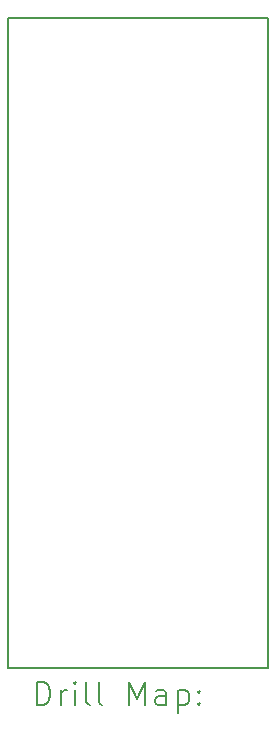
<source format=gbr>
%FSLAX45Y45*%
G04 Gerber Fmt 4.5, Leading zero omitted, Abs format (unit mm)*
G04 Created by KiCad (PCBNEW (6.0.5)) date 2022-08-24 21:54:44*
%MOMM*%
%LPD*%
G01*
G04 APERTURE LIST*
%TA.AperFunction,Profile*%
%ADD10C,0.200000*%
%TD*%
%ADD11C,0.200000*%
G04 APERTURE END LIST*
D10*
X15580000Y-5000000D02*
X17780000Y-5000000D01*
X17780000Y-5000000D02*
X17780000Y-10500000D01*
X17780000Y-10500000D02*
X15580000Y-10500000D01*
X15580000Y-10500000D02*
X15580000Y-5000000D01*
D11*
X15827619Y-10820476D02*
X15827619Y-10620476D01*
X15875238Y-10620476D01*
X15903809Y-10630000D01*
X15922857Y-10649048D01*
X15932381Y-10668095D01*
X15941905Y-10706190D01*
X15941905Y-10734762D01*
X15932381Y-10772857D01*
X15922857Y-10791905D01*
X15903809Y-10810952D01*
X15875238Y-10820476D01*
X15827619Y-10820476D01*
X16027619Y-10820476D02*
X16027619Y-10687143D01*
X16027619Y-10725238D02*
X16037143Y-10706190D01*
X16046667Y-10696667D01*
X16065714Y-10687143D01*
X16084762Y-10687143D01*
X16151428Y-10820476D02*
X16151428Y-10687143D01*
X16151428Y-10620476D02*
X16141905Y-10630000D01*
X16151428Y-10639524D01*
X16160952Y-10630000D01*
X16151428Y-10620476D01*
X16151428Y-10639524D01*
X16275238Y-10820476D02*
X16256190Y-10810952D01*
X16246667Y-10791905D01*
X16246667Y-10620476D01*
X16380000Y-10820476D02*
X16360952Y-10810952D01*
X16351428Y-10791905D01*
X16351428Y-10620476D01*
X16608571Y-10820476D02*
X16608571Y-10620476D01*
X16675238Y-10763333D01*
X16741905Y-10620476D01*
X16741905Y-10820476D01*
X16922857Y-10820476D02*
X16922857Y-10715714D01*
X16913333Y-10696667D01*
X16894286Y-10687143D01*
X16856190Y-10687143D01*
X16837143Y-10696667D01*
X16922857Y-10810952D02*
X16903810Y-10820476D01*
X16856190Y-10820476D01*
X16837143Y-10810952D01*
X16827619Y-10791905D01*
X16827619Y-10772857D01*
X16837143Y-10753810D01*
X16856190Y-10744286D01*
X16903810Y-10744286D01*
X16922857Y-10734762D01*
X17018095Y-10687143D02*
X17018095Y-10887143D01*
X17018095Y-10696667D02*
X17037143Y-10687143D01*
X17075238Y-10687143D01*
X17094286Y-10696667D01*
X17103810Y-10706190D01*
X17113333Y-10725238D01*
X17113333Y-10782381D01*
X17103810Y-10801429D01*
X17094286Y-10810952D01*
X17075238Y-10820476D01*
X17037143Y-10820476D01*
X17018095Y-10810952D01*
X17199048Y-10801429D02*
X17208571Y-10810952D01*
X17199048Y-10820476D01*
X17189524Y-10810952D01*
X17199048Y-10801429D01*
X17199048Y-10820476D01*
X17199048Y-10696667D02*
X17208571Y-10706190D01*
X17199048Y-10715714D01*
X17189524Y-10706190D01*
X17199048Y-10696667D01*
X17199048Y-10715714D01*
M02*

</source>
